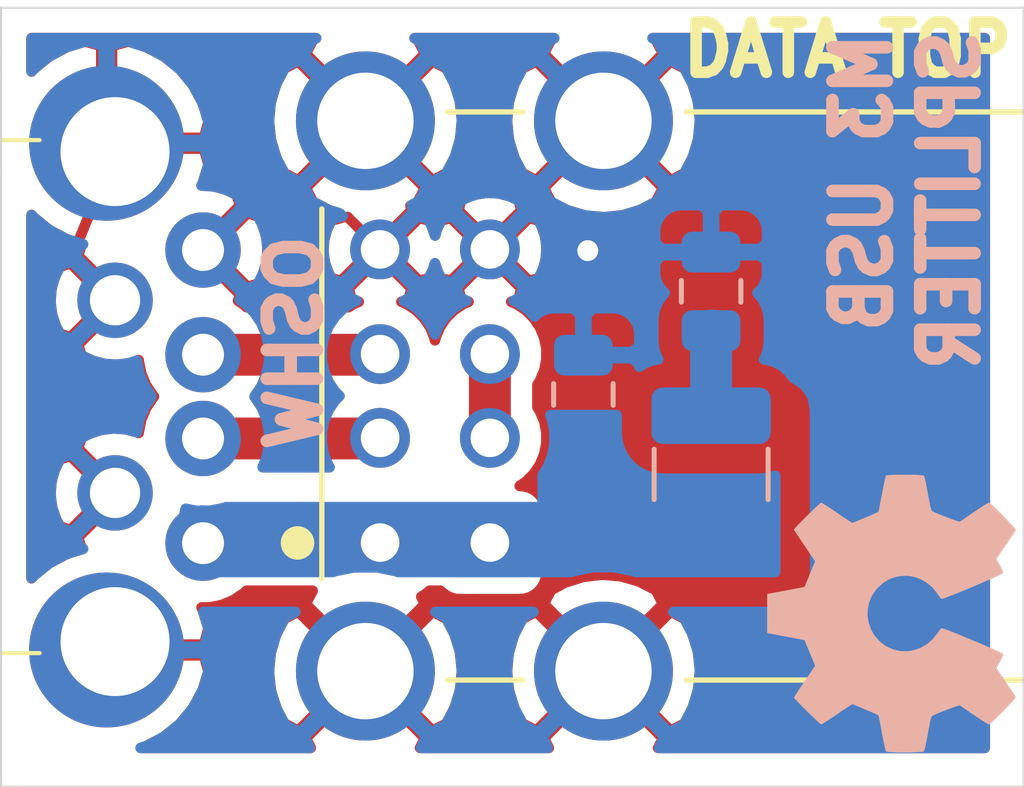
<source format=kicad_pcb>
(kicad_pcb (version 20171130) (host pcbnew "(5.0.2)-1")

  (general
    (thickness 1.6)
    (drawings 11)
    (tracks 13)
    (zones 0)
    (modules 6)
    (nets 7)
  )

  (page A4)
  (layers
    (0 F.Cu signal hide)
    (31 B.Cu signal hide)
    (32 B.Adhes user)
    (33 F.Adhes user hide)
    (34 B.Paste user)
    (35 F.Paste user)
    (36 B.SilkS user)
    (37 F.SilkS user)
    (38 B.Mask user)
    (39 F.Mask user)
    (40 Dwgs.User user)
    (41 Cmts.User user)
    (42 Eco1.User user)
    (43 Eco2.User user)
    (44 Edge.Cuts user)
    (45 Margin user)
    (46 B.CrtYd user)
    (47 F.CrtYd user)
    (48 B.Fab user)
    (49 F.Fab user)
  )

  (setup
    (last_trace_width 0.25)
    (user_trace_width 0.5)
    (user_trace_width 0.75)
    (user_trace_width 1)
    (trace_clearance 0.2)
    (zone_clearance 0.55)
    (zone_45_only no)
    (trace_min 0.2)
    (segment_width 0.2)
    (edge_width 0.05)
    (via_size 0.8)
    (via_drill 0.4)
    (via_min_size 0.4)
    (via_min_drill 0.3)
    (user_via 1.4 0.4)
    (uvia_size 0.3)
    (uvia_drill 0.1)
    (uvias_allowed no)
    (uvia_min_size 0.2)
    (uvia_min_drill 0.1)
    (pcb_text_width 0.3)
    (pcb_text_size 1.5 1.5)
    (mod_edge_width 0.12)
    (mod_text_size 1 1)
    (mod_text_width 0.15)
    (pad_size 1.35 2.85)
    (pad_drill 0)
    (pad_to_mask_clearance 0.051)
    (solder_mask_min_width 0.25)
    (aux_axis_origin 0 0)
    (visible_elements 7FFFFFFF)
    (pcbplotparams
      (layerselection 0x010f0_ffffffff)
      (usegerberextensions false)
      (usegerberattributes false)
      (usegerberadvancedattributes false)
      (creategerberjobfile false)
      (excludeedgelayer true)
      (linewidth 0.100000)
      (plotframeref false)
      (viasonmask true)
      (mode 1)
      (useauxorigin false)
      (hpglpennumber 1)
      (hpglpenspeed 20)
      (hpglpendiameter 15.000000)
      (psnegative false)
      (psa4output false)
      (plotreference true)
      (plotvalue true)
      (plotinvisibletext false)
      (padsonsilk false)
      (subtractmaskfromsilk false)
      (outputformat 1)
      (mirror false)
      (drillshape 0)
      (scaleselection 1)
      (outputdirectory ""))
  )

  (net 0 "")
  (net 1 +5V)
  (net 2 GND)
  (net 3 "Net-(C2-Pad2)")
  (net 4 "Net-(J1-Pad3)")
  (net 5 "Net-(J1-Pad2)")
  (net 6 "Net-(J2-Pad2A)")

  (net_class Default "This is the default net class."
    (clearance 0.2)
    (trace_width 0.25)
    (via_dia 0.8)
    (via_drill 0.4)
    (uvia_dia 0.3)
    (uvia_drill 0.1)
    (add_net +5V)
    (add_net GND)
    (add_net "Net-(C2-Pad2)")
    (add_net "Net-(J1-Pad2)")
    (add_net "Net-(J1-Pad3)")
    (add_net "Net-(J2-Pad2A)")
  )

  (module Symbol:OSHW-Symbol_6.7x6mm_SilkScreen (layer B.Cu) (tedit 0) (tstamp 5D5A8935)
    (at 140.462 88.4555 270)
    (descr "Open Source Hardware Symbol")
    (tags "Logo Symbol OSHW")
    (attr virtual)
    (fp_text reference REF** (at 0 0 270) (layer F.SilkS) hide
      (effects (font (size 1 1) (thickness 0.15)))
    )
    (fp_text value OSHW-Symbol_6.7x6mm_SilkScreen (at 0.75 0 270) (layer B.Fab) hide
      (effects (font (size 1 1) (thickness 0.15)) (justify mirror))
    )
    (fp_poly (pts (xy 0.555814 2.531069) (xy 0.639635 2.086445) (xy 0.94892 1.958947) (xy 1.258206 1.831449)
      (xy 1.629246 2.083754) (xy 1.733157 2.154004) (xy 1.827087 2.216728) (xy 1.906652 2.269062)
      (xy 1.96747 2.308143) (xy 2.005157 2.331107) (xy 2.015421 2.336058) (xy 2.03391 2.323324)
      (xy 2.07342 2.288118) (xy 2.129522 2.234938) (xy 2.197787 2.168282) (xy 2.273786 2.092646)
      (xy 2.353092 2.012528) (xy 2.431275 1.932426) (xy 2.503907 1.856836) (xy 2.566559 1.790255)
      (xy 2.614803 1.737182) (xy 2.64421 1.702113) (xy 2.651241 1.690377) (xy 2.641123 1.66874)
      (xy 2.612759 1.621338) (xy 2.569129 1.552807) (xy 2.513218 1.467785) (xy 2.448006 1.370907)
      (xy 2.410219 1.31565) (xy 2.341343 1.214752) (xy 2.28014 1.123701) (xy 2.229578 1.04703)
      (xy 2.192628 0.989272) (xy 2.172258 0.954957) (xy 2.169197 0.947746) (xy 2.176136 0.927252)
      (xy 2.195051 0.879487) (xy 2.223087 0.811168) (xy 2.257391 0.729011) (xy 2.295109 0.63973)
      (xy 2.333387 0.550042) (xy 2.36937 0.466662) (xy 2.400206 0.396306) (xy 2.423039 0.34569)
      (xy 2.435017 0.321529) (xy 2.435724 0.320578) (xy 2.454531 0.315964) (xy 2.504618 0.305672)
      (xy 2.580793 0.290713) (xy 2.677865 0.272099) (xy 2.790643 0.250841) (xy 2.856442 0.238582)
      (xy 2.97695 0.215638) (xy 3.085797 0.193805) (xy 3.177476 0.174278) (xy 3.246481 0.158252)
      (xy 3.287304 0.146921) (xy 3.295511 0.143326) (xy 3.303548 0.118994) (xy 3.310033 0.064041)
      (xy 3.31497 -0.015108) (xy 3.318364 -0.112026) (xy 3.320218 -0.220287) (xy 3.320538 -0.333465)
      (xy 3.319327 -0.445135) (xy 3.31659 -0.548868) (xy 3.312331 -0.638241) (xy 3.306555 -0.706826)
      (xy 3.299267 -0.748197) (xy 3.294895 -0.75681) (xy 3.268764 -0.767133) (xy 3.213393 -0.781892)
      (xy 3.136107 -0.799352) (xy 3.04423 -0.81778) (xy 3.012158 -0.823741) (xy 2.857524 -0.852066)
      (xy 2.735375 -0.874876) (xy 2.641673 -0.89308) (xy 2.572384 -0.907583) (xy 2.523471 -0.919292)
      (xy 2.490897 -0.929115) (xy 2.470628 -0.937956) (xy 2.458626 -0.946724) (xy 2.456947 -0.948457)
      (xy 2.440184 -0.976371) (xy 2.414614 -1.030695) (xy 2.382788 -1.104777) (xy 2.34726 -1.191965)
      (xy 2.310583 -1.285608) (xy 2.275311 -1.379052) (xy 2.243996 -1.465647) (xy 2.219193 -1.53874)
      (xy 2.203454 -1.591678) (xy 2.199332 -1.617811) (xy 2.199676 -1.618726) (xy 2.213641 -1.640086)
      (xy 2.245322 -1.687084) (xy 2.291391 -1.754827) (xy 2.348518 -1.838423) (xy 2.413373 -1.932982)
      (xy 2.431843 -1.959854) (xy 2.497699 -2.057275) (xy 2.55565 -2.146163) (xy 2.602538 -2.221412)
      (xy 2.635207 -2.27792) (xy 2.6505 -2.310581) (xy 2.651241 -2.314593) (xy 2.638392 -2.335684)
      (xy 2.602888 -2.377464) (xy 2.549293 -2.435445) (xy 2.482171 -2.505135) (xy 2.406087 -2.582045)
      (xy 2.325604 -2.661683) (xy 2.245287 -2.739561) (xy 2.169699 -2.811186) (xy 2.103405 -2.87207)
      (xy 2.050969 -2.917721) (xy 2.016955 -2.94365) (xy 2.007545 -2.947883) (xy 1.985643 -2.937912)
      (xy 1.9408 -2.91102) (xy 1.880321 -2.871736) (xy 1.833789 -2.840117) (xy 1.749475 -2.782098)
      (xy 1.649626 -2.713784) (xy 1.549473 -2.645579) (xy 1.495627 -2.609075) (xy 1.313371 -2.4858)
      (xy 1.160381 -2.56852) (xy 1.090682 -2.604759) (xy 1.031414 -2.632926) (xy 0.991311 -2.648991)
      (xy 0.981103 -2.651226) (xy 0.968829 -2.634722) (xy 0.944613 -2.588082) (xy 0.910263 -2.515609)
      (xy 0.867588 -2.421606) (xy 0.818394 -2.310374) (xy 0.76449 -2.186215) (xy 0.707684 -2.053432)
      (xy 0.649782 -1.916327) (xy 0.592593 -1.779202) (xy 0.537924 -1.646358) (xy 0.487584 -1.522098)
      (xy 0.44338 -1.410725) (xy 0.407119 -1.316539) (xy 0.380609 -1.243844) (xy 0.365658 -1.196941)
      (xy 0.363254 -1.180833) (xy 0.382311 -1.160286) (xy 0.424036 -1.126933) (xy 0.479706 -1.087702)
      (xy 0.484378 -1.084599) (xy 0.628264 -0.969423) (xy 0.744283 -0.835053) (xy 0.83143 -0.685784)
      (xy 0.888699 -0.525913) (xy 0.915086 -0.359737) (xy 0.909585 -0.191552) (xy 0.87119 -0.025655)
      (xy 0.798895 0.133658) (xy 0.777626 0.168513) (xy 0.666996 0.309263) (xy 0.536302 0.422286)
      (xy 0.390064 0.506997) (xy 0.232808 0.562806) (xy 0.069057 0.589126) (xy -0.096667 0.58537)
      (xy -0.259838 0.55095) (xy -0.415935 0.485277) (xy -0.560433 0.387765) (xy -0.605131 0.348187)
      (xy -0.718888 0.224297) (xy -0.801782 0.093876) (xy -0.858644 -0.052315) (xy -0.890313 -0.197088)
      (xy -0.898131 -0.35986) (xy -0.872062 -0.52344) (xy -0.814755 -0.682298) (xy -0.728856 -0.830906)
      (xy -0.617014 -0.963735) (xy -0.481877 -1.075256) (xy -0.464117 -1.087011) (xy -0.40785 -1.125508)
      (xy -0.365077 -1.158863) (xy -0.344628 -1.18016) (xy -0.344331 -1.180833) (xy -0.348721 -1.203871)
      (xy -0.366124 -1.256157) (xy -0.394732 -1.33339) (xy -0.432735 -1.431268) (xy -0.478326 -1.545491)
      (xy -0.529697 -1.671758) (xy -0.585038 -1.805767) (xy -0.642542 -1.943218) (xy -0.700399 -2.079808)
      (xy -0.756802 -2.211237) (xy -0.809942 -2.333205) (xy -0.85801 -2.441409) (xy -0.899199 -2.531549)
      (xy -0.931699 -2.599323) (xy -0.953703 -2.64043) (xy -0.962564 -2.651226) (xy -0.98964 -2.642819)
      (xy -1.040303 -2.620272) (xy -1.105817 -2.587613) (xy -1.141841 -2.56852) (xy -1.294832 -2.4858)
      (xy -1.477088 -2.609075) (xy -1.570125 -2.672228) (xy -1.671985 -2.741727) (xy -1.767438 -2.807165)
      (xy -1.81525 -2.840117) (xy -1.882495 -2.885273) (xy -1.939436 -2.921057) (xy -1.978646 -2.942938)
      (xy -1.991381 -2.947563) (xy -2.009917 -2.935085) (xy -2.050941 -2.900252) (xy -2.110475 -2.846678)
      (xy -2.184542 -2.777983) (xy -2.269165 -2.697781) (xy -2.322685 -2.646286) (xy -2.416319 -2.554286)
      (xy -2.497241 -2.471999) (xy -2.562177 -2.402945) (xy -2.607858 -2.350644) (xy -2.631011 -2.318616)
      (xy -2.633232 -2.312116) (xy -2.622924 -2.287394) (xy -2.594439 -2.237405) (xy -2.550937 -2.167212)
      (xy -2.495577 -2.081875) (xy -2.43152 -1.986456) (xy -2.413303 -1.959854) (xy -2.346927 -1.863167)
      (xy -2.287378 -1.776117) (xy -2.237984 -1.703595) (xy -2.202075 -1.650493) (xy -2.182981 -1.621703)
      (xy -2.181136 -1.618726) (xy -2.183895 -1.595782) (xy -2.198538 -1.545336) (xy -2.222513 -1.474041)
      (xy -2.253266 -1.388547) (xy -2.288244 -1.295507) (xy -2.324893 -1.201574) (xy -2.360661 -1.113399)
      (xy -2.392994 -1.037634) (xy -2.419338 -0.980931) (xy -2.437142 -0.949943) (xy -2.438407 -0.948457)
      (xy -2.449294 -0.939601) (xy -2.467682 -0.930843) (xy -2.497606 -0.921277) (xy -2.543103 -0.909996)
      (xy -2.608209 -0.896093) (xy -2.696961 -0.878663) (xy -2.813393 -0.856798) (xy -2.961542 -0.829591)
      (xy -2.993618 -0.823741) (xy -3.088686 -0.805374) (xy -3.171565 -0.787405) (xy -3.23493 -0.771569)
      (xy -3.271458 -0.7596) (xy -3.276356 -0.75681) (xy -3.284427 -0.732072) (xy -3.290987 -0.67679)
      (xy -3.296033 -0.597389) (xy -3.299559 -0.500296) (xy -3.301561 -0.391938) (xy -3.302036 -0.27874)
      (xy -3.300977 -0.167128) (xy -3.298382 -0.063529) (xy -3.294246 0.025632) (xy -3.288563 0.093928)
      (xy -3.281331 0.134934) (xy -3.276971 0.143326) (xy -3.252698 0.151792) (xy -3.197426 0.165565)
      (xy -3.116662 0.18345) (xy -3.015912 0.204252) (xy -2.900683 0.226777) (xy -2.837902 0.238582)
      (xy -2.718787 0.260849) (xy -2.612565 0.281021) (xy -2.524427 0.298085) (xy -2.459566 0.311031)
      (xy -2.423174 0.318845) (xy -2.417184 0.320578) (xy -2.407061 0.34011) (xy -2.385662 0.387157)
      (xy -2.355839 0.454997) (xy -2.320445 0.536909) (xy -2.282332 0.626172) (xy -2.244353 0.716065)
      (xy -2.20936 0.799865) (xy -2.180206 0.870853) (xy -2.159743 0.922306) (xy -2.150823 0.947503)
      (xy -2.150657 0.948604) (xy -2.160769 0.968481) (xy -2.189117 1.014223) (xy -2.232723 1.081283)
      (xy -2.288606 1.165116) (xy -2.353787 1.261174) (xy -2.391679 1.31635) (xy -2.460725 1.417519)
      (xy -2.52205 1.50937) (xy -2.572663 1.587256) (xy -2.609571 1.646531) (xy -2.629782 1.682549)
      (xy -2.632701 1.690623) (xy -2.620153 1.709416) (xy -2.585463 1.749543) (xy -2.533063 1.806507)
      (xy -2.467384 1.875815) (xy -2.392856 1.952969) (xy -2.313913 2.033475) (xy -2.234983 2.112837)
      (xy -2.1605 2.18656) (xy -2.094894 2.250148) (xy -2.042596 2.299106) (xy -2.008039 2.328939)
      (xy -1.996478 2.336058) (xy -1.977654 2.326047) (xy -1.932631 2.297922) (xy -1.865787 2.254546)
      (xy -1.781499 2.198782) (xy -1.684144 2.133494) (xy -1.610707 2.083754) (xy -1.239667 1.831449)
      (xy -0.621095 2.086445) (xy -0.537275 2.531069) (xy -0.453454 2.975693) (xy 0.471994 2.975693)
      (xy 0.555814 2.531069)) (layer B.SilkS) (width 0.01))
  )

  (module Capacitor_SMD:C_0805_2012Metric (layer B.Cu) (tedit 5B36C52B) (tstamp 5D5A696C)
    (at 133.096 83.2335 90)
    (descr "Capacitor SMD 0805 (2012 Metric), square (rectangular) end terminal, IPC_7351 nominal, (Body size source: https://docs.google.com/spreadsheets/d/1BsfQQcO9C6DZCsRaXUlFlo91Tg2WpOkGARC1WS5S8t0/edit?usp=sharing), generated with kicad-footprint-generator")
    (tags capacitor)
    (path /5D5A1A17)
    (attr smd)
    (fp_text reference C1 (at 2.0335 9.104 270) (layer B.SilkS) hide
      (effects (font (size 1 1) (thickness 0.15)) (justify mirror))
    )
    (fp_text value 4.7uF|0805 (at 0 -1.65 270) (layer B.Fab)
      (effects (font (size 1 1) (thickness 0.15)) (justify mirror))
    )
    (fp_line (start -1 -0.6) (end -1 0.6) (layer B.Fab) (width 0.1))
    (fp_line (start -1 0.6) (end 1 0.6) (layer B.Fab) (width 0.1))
    (fp_line (start 1 0.6) (end 1 -0.6) (layer B.Fab) (width 0.1))
    (fp_line (start 1 -0.6) (end -1 -0.6) (layer B.Fab) (width 0.1))
    (fp_line (start -0.258578 0.71) (end 0.258578 0.71) (layer B.SilkS) (width 0.12))
    (fp_line (start -0.258578 -0.71) (end 0.258578 -0.71) (layer B.SilkS) (width 0.12))
    (fp_line (start -1.68 -0.95) (end -1.68 0.95) (layer B.CrtYd) (width 0.05))
    (fp_line (start -1.68 0.95) (end 1.68 0.95) (layer B.CrtYd) (width 0.05))
    (fp_line (start 1.68 0.95) (end 1.68 -0.95) (layer B.CrtYd) (width 0.05))
    (fp_line (start 1.68 -0.95) (end -1.68 -0.95) (layer B.CrtYd) (width 0.05))
    (fp_text user %R (at 0 0 270) (layer B.Fab)
      (effects (font (size 0.5 0.5) (thickness 0.08)) (justify mirror))
    )
    (pad 1 smd roundrect (at -0.9375 0 90) (size 0.975 1.4) (layers B.Cu B.Paste B.Mask) (roundrect_rratio 0.25)
      (net 1 +5V))
    (pad 2 smd roundrect (at 0.9375 0 90) (size 0.975 1.4) (layers B.Cu B.Paste B.Mask) (roundrect_rratio 0.25)
      (net 2 GND))
    (model ${KISYS3DMOD}/Capacitor_SMD.3dshapes/C_0805_2012Metric.wrl
      (at (xyz 0 0 0))
      (scale (xyz 1 1 1))
      (rotate (xyz 0 0 0))
    )
  )

  (module Capacitor_SMD:C_1210_3225Metric (layer B.Cu) (tedit 5D597527) (tstamp 5D5A697D)
    (at 136.144 85.1415 90)
    (descr "Capacitor SMD 1210 (3225 Metric), square (rectangular) end terminal, IPC_7351 nominal, (Body size source: http://www.tortai-tech.com/upload/download/2011102023233369053.pdf), generated with kicad-footprint-generator")
    (tags capacitor)
    (path /5D5A6552)
    (attr smd)
    (fp_text reference C2 (at 0 2.28 270) (layer B.SilkS) hide
      (effects (font (size 1 1) (thickness 0.15)) (justify mirror))
    )
    (fp_text value 22uF|1210 (at 0 -2.28 270) (layer B.Fab)
      (effects (font (size 1 1) (thickness 0.15)) (justify mirror))
    )
    (fp_line (start -1.6 -1.25) (end -1.6 1.25) (layer B.Fab) (width 0.1))
    (fp_line (start -1.6 1.25) (end 1.6 1.25) (layer B.Fab) (width 0.1))
    (fp_line (start 1.6 1.25) (end 1.6 -1.25) (layer B.Fab) (width 0.1))
    (fp_line (start 1.6 -1.25) (end -1.6 -1.25) (layer B.Fab) (width 0.1))
    (fp_line (start -0.602064 1.36) (end 0.602064 1.36) (layer B.SilkS) (width 0.12))
    (fp_line (start -0.602064 -1.36) (end 0.602064 -1.36) (layer B.SilkS) (width 0.12))
    (fp_line (start -2.28 -1.58) (end -2.28 1.58) (layer B.CrtYd) (width 0.05))
    (fp_line (start -2.28 1.58) (end 2.28 1.58) (layer B.CrtYd) (width 0.05))
    (fp_line (start 2.28 1.58) (end 2.28 -1.58) (layer B.CrtYd) (width 0.05))
    (fp_line (start 2.28 -1.58) (end -2.28 -1.58) (layer B.CrtYd) (width 0.05))
    (fp_text user %R (at 0 0 270) (layer B.Fab)
      (effects (font (size 0.8 0.8) (thickness 0.12)) (justify mirror))
    )
    (pad 1 smd roundrect (at -1.4 0 90) (size 1.25 2.65) (layers B.Cu B.Paste B.Mask) (roundrect_rratio 0.2)
      (net 1 +5V))
    (pad 2 smd roundrect (at 1.4 0 90) (size 1.35 2.85) (layers B.Cu B.Paste B.Mask) (roundrect_rratio 0.2)
      (net 3 "Net-(C2-Pad2)"))
    (model ${KISYS3DMOD}/Capacitor_SMD.3dshapes/C_1210_3225Metric.wrl
      (at (xyz 0 0 0))
      (scale (xyz 1 1 1))
      (rotate (xyz 0 0 0))
    )
  )

  (module digikey-footprints:USB_Male_A_UP2-AH-1-TH (layer F.Cu) (tedit 5D5972DB) (tstamp 5D5A730D)
    (at 121.92 83.285001 270)
    (descr http://www.cui.com/product/resource/up2-ah-th.pdf)
    (path /5D597CD1)
    (fp_text reference J1 (at 0.1 -3.975 90) (layer F.SilkS) hide
      (effects (font (size 1 1) (thickness 0.15)))
    )
    (fp_text value UP2-AH-1-TH (at 0.25 18.775 90) (layer F.Fab)
      (effects (font (size 1 1) (thickness 0.15)))
    )
    (fp_line (start 6.125 2.55) (end 6.125 3.5) (layer F.SilkS) (width 0.1))
    (fp_line (start -6.125 1.8) (end -6.125 3.575) (layer F.SilkS) (width 0.1))
    (fp_line (start 6.125 1.8) (end 6.125 2.575) (layer F.SilkS) (width 0.1))
    (fp_line (start -5.425 17.925) (end -6.125 17.925) (layer F.SilkS) (width 0.1))
    (fp_line (start -6.125 17.925) (end -6.125 17.375) (layer F.SilkS) (width 0.1))
    (fp_line (start 5.4 17.925) (end 6.125 17.925) (layer F.SilkS) (width 0.1))
    (fp_line (start 6.125 17.925) (end 6.125 17.325) (layer F.SilkS) (width 0.1))
    (fp_text user %R (at 0.025 1.825 90) (layer F.Fab)
      (effects (font (size 1 1) (thickness 0.15)))
    )
    (fp_line (start -6 -1) (end 6 -1) (layer F.Fab) (width 0.1))
    (fp_line (start -6 17.8) (end 6 17.8) (layer F.Fab) (width 0.1))
    (fp_line (start 6 -1) (end 6 17.8) (layer F.Fab) (width 0.1))
    (fp_line (start -6 -1) (end -6 17.8) (layer F.Fab) (width 0.1))
    (fp_line (start -7.1 -3.25) (end 7.1 -3.25) (layer F.CrtYd) (width 0.05))
    (fp_line (start -7.1 2.9) (end -7.1 -3.25) (layer F.CrtYd) (width 0.05))
    (fp_line (start 7.1 2.9) (end 7.1 -3.25) (layer F.CrtYd) (width 0.05))
    (fp_line (start -7.1 2.9) (end 7.1 2.9) (layer F.CrtYd) (width 0.05))
    (pad SH thru_hole oval (at -5.85 0 270) (size 3.7 3.7) (drill 2.6 (offset -0.2 0.2)) (layers *.Cu *.Mask)
      (net 2 GND))
    (pad SH thru_hole oval (at 5.85 0 270) (size 3.7 3.7) (drill 2.6 (offset 0.2 0.2)) (layers *.Cu *.Mask)
      (net 2 GND))
    (pad SH thru_hole circle (at -2.3 0 270) (size 1.8 1.8) (drill 1.2) (layers *.Cu *.Mask)
      (net 2 GND))
    (pad SH thru_hole circle (at 2.3 0 270) (size 1.8 1.8) (drill 1.2) (layers *.Cu *.Mask)
      (net 2 GND))
    (pad 4 thru_hole circle (at -3.5 -2.1 270) (size 1.8 1.8) (drill 1) (layers *.Cu *.Mask)
      (net 2 GND))
    (pad 3 thru_hole circle (at -1 -2.1 270) (size 1.8 1.8) (drill 1) (layers *.Cu *.Mask)
      (net 4 "Net-(J1-Pad3)"))
    (pad 2 thru_hole circle (at 1 -2.1 270) (size 1.8 1.8) (drill 1) (layers *.Cu *.Mask)
      (net 5 "Net-(J1-Pad2)"))
    (pad 1 thru_hole circle (at 3.5 -2.1 270) (size 1.8 1.8) (drill 1) (layers *.Cu *.Mask)
      (net 1 +5V))
  )

  (module 5787745-2:TE_5787745-2 (layer F.Cu) (tedit 0) (tstamp 5D5A6D38)
    (at 128.2446 83.2706 90)
    (path /5D59A427)
    (fp_text reference J2 (at -4.15489 -3.81546 90) (layer F.SilkS) hide
      (effects (font (size 1.00185 1.00185) (thickness 0.05)))
    )
    (fp_text value 5787745-2 (at -3.61386 17.1155 90) (layer F.SilkS) hide
      (effects (font (size 1.0019 1.0019) (thickness 0.05)))
    )
    (fp_line (start -6.7825 16.11) (end -6.7825 7.31) (layer F.SilkS) (width 0.127))
    (fp_line (start 6.7825 7.31) (end 6.7825 16.11) (layer F.SilkS) (width 0.127))
    (fp_line (start 6.7825 16.11) (end -6.7825 16.11) (layer F.SilkS) (width 0.127))
    (fp_line (start -6.7825 16.11) (end -6.7825 -1.39) (layer Eco2.User) (width 0.127))
    (fp_line (start -6.7825 -1.39) (end 6.7825 -1.39) (layer Eco2.User) (width 0.127))
    (fp_line (start 6.7825 -1.39) (end 6.7825 16.11) (layer Eco2.User) (width 0.127))
    (fp_line (start 6.7825 16.11) (end -6.7825 16.11) (layer Eco2.User) (width 0.127))
    (fp_circle (center -3.509 -1.97) (end -3.309 -1.97) (layer F.SilkS) (width 0.4))
    (fp_line (start -8.5 16.36) (end -8.5 -2.25) (layer Eco1.User) (width 0.05))
    (fp_line (start -8.5 -2.25) (end 8.5 -2.25) (layer Eco1.User) (width 0.05))
    (fp_line (start 8.5 -2.25) (end 8.5 16.36) (layer Eco1.User) (width 0.05))
    (fp_line (start 8.5 16.36) (end -8.5 16.36) (layer Eco1.User) (width 0.05))
    (fp_line (start -4.365 -1.39) (end 4.465 -1.39) (layer F.SilkS) (width 0.127))
    (fp_line (start -6.7825 3.41) (end -6.7825 1.61) (layer F.SilkS) (width 0.127))
    (fp_line (start 6.7825 1.61) (end 6.7825 3.41) (layer F.SilkS) (width 0.127))
    (pad S1 thru_hole circle (at -6.57 5.33 90) (size 3.316 3.316) (drill 2.3) (layers *.Cu *.Mask)
      (net 2 GND))
    (pad S2 thru_hole circle (at 6.57 5.33 90) (size 3.316 3.316) (drill 2.3) (layers *.Cu *.Mask)
      (net 2 GND))
    (pad 1B thru_hole rect (at -3.5 0 90) (size 1.428 1.428) (drill 0.92) (layers *.Cu *.Mask)
      (net 1 +5V))
    (pad 2B thru_hole circle (at -1 0 90) (size 1.428 1.428) (drill 0.92) (layers *.Cu *.Mask)
      (net 5 "Net-(J1-Pad2)"))
    (pad 3B thru_hole circle (at 1 0 90) (size 1.428 1.428) (drill 0.92) (layers *.Cu *.Mask)
      (net 4 "Net-(J1-Pad3)"))
    (pad 4B thru_hole circle (at 3.5 0 90) (size 1.428 1.428) (drill 0.92) (layers *.Cu *.Mask)
      (net 2 GND))
    (pad 1A thru_hole rect (at -3.5 2.62 90) (size 1.428 1.428) (drill 0.92) (layers *.Cu *.Mask)
      (net 1 +5V))
    (pad 2A thru_hole circle (at -1 2.62 90) (size 1.428 1.428) (drill 0.92) (layers *.Cu *.Mask)
      (net 6 "Net-(J2-Pad2A)"))
    (pad 3A thru_hole circle (at 1 2.62 90) (size 1.428 1.428) (drill 0.92) (layers *.Cu *.Mask)
      (net 6 "Net-(J2-Pad2A)"))
    (pad 4A thru_hole circle (at 3.5 2.62 90) (size 1.428 1.428) (drill 0.92) (layers *.Cu *.Mask)
      (net 2 GND))
    (pad S3 thru_hole circle (at 6.57 -0.35 90) (size 3.316 3.316) (drill 2.3) (layers *.Cu *.Mask)
      (net 2 GND))
    (pad S4 thru_hole circle (at -6.57 -0.35 90) (size 3.316 3.316) (drill 2.3) (layers *.Cu *.Mask)
      (net 2 GND))
  )

  (module Resistor_SMD:R_0805_2012Metric (layer B.Cu) (tedit 5B36C52B) (tstamp 5D5A69C9)
    (at 136.144 80.772 90)
    (descr "Resistor SMD 0805 (2012 Metric), square (rectangular) end terminal, IPC_7351 nominal, (Body size source: https://docs.google.com/spreadsheets/d/1BsfQQcO9C6DZCsRaXUlFlo91Tg2WpOkGARC1WS5S8t0/edit?usp=sharing), generated with kicad-footprint-generator")
    (tags resistor)
    (path /5D5AA94E)
    (attr smd)
    (fp_text reference R1 (at 0 1.65 90) (layer B.SilkS) hide
      (effects (font (size 1 1) (thickness 0.15)) (justify mirror))
    )
    (fp_text value 2|0805 (at 0 -1.65 90) (layer B.Fab)
      (effects (font (size 1 1) (thickness 0.15)) (justify mirror))
    )
    (fp_line (start -1 -0.6) (end -1 0.6) (layer B.Fab) (width 0.1))
    (fp_line (start -1 0.6) (end 1 0.6) (layer B.Fab) (width 0.1))
    (fp_line (start 1 0.6) (end 1 -0.6) (layer B.Fab) (width 0.1))
    (fp_line (start 1 -0.6) (end -1 -0.6) (layer B.Fab) (width 0.1))
    (fp_line (start -0.258578 0.71) (end 0.258578 0.71) (layer B.SilkS) (width 0.12))
    (fp_line (start -0.258578 -0.71) (end 0.258578 -0.71) (layer B.SilkS) (width 0.12))
    (fp_line (start -1.68 -0.95) (end -1.68 0.95) (layer B.CrtYd) (width 0.05))
    (fp_line (start -1.68 0.95) (end 1.68 0.95) (layer B.CrtYd) (width 0.05))
    (fp_line (start 1.68 0.95) (end 1.68 -0.95) (layer B.CrtYd) (width 0.05))
    (fp_line (start 1.68 -0.95) (end -1.68 -0.95) (layer B.CrtYd) (width 0.05))
    (fp_text user %R (at 0 0 90) (layer B.Fab)
      (effects (font (size 0.5 0.5) (thickness 0.08)) (justify mirror))
    )
    (pad 1 smd roundrect (at -0.9375 0 90) (size 0.975 1.4) (layers B.Cu B.Paste B.Mask) (roundrect_rratio 0.25)
      (net 3 "Net-(C2-Pad2)"))
    (pad 2 smd roundrect (at 0.9375 0 90) (size 0.975 1.4) (layers B.Cu B.Paste B.Mask) (roundrect_rratio 0.25)
      (net 2 GND))
    (model ${KISYS3DMOD}/Resistor_SMD.3dshapes/R_0805_2012Metric.wrl
      (at (xyz 0 0 0))
      (scale (xyz 1 1 1))
      (rotate (xyz 0 0 0))
    )
  )

  (gr_text "DATA TOP" (at 139.4 75) (layer F.SilkS)
    (effects (font (size 1.2 1.1) (thickness 0.275)))
  )
  (gr_text OSHW (at 126.2 82 90) (layer B.SilkS) (tstamp 5D5A7DED)
    (effects (font (size 1.2 1.2) (thickness 0.3)) (justify mirror))
  )
  (gr_text "M3 USB \nSPLITTER" (at 140.8 82.8 90) (layer B.SilkS) (tstamp 5D59B5AB)
    (effects (font (size 1.3 1.2) (thickness 0.3)) (justify right mirror))
  )
  (gr_line (start 119.2 92.6) (end 119.2 77.886) (layer Edge.Cuts) (width 0.05) (tstamp 5D5A7349))
  (gr_line (start 119.6 92.6) (end 119.2 92.6) (layer Edge.Cuts) (width 0.05))
  (gr_line (start 143.6 92.6) (end 119.6 92.6) (layer Edge.Cuts) (width 0.05))
  (gr_line (start 143.6 74) (end 143.6 92.6) (layer Edge.Cuts) (width 0.05))
  (gr_line (start 119.2 74) (end 143.6 74) (layer Edge.Cuts) (width 0.05))
  (gr_line (start 119.2 75) (end 119.2 74) (layer Edge.Cuts) (width 0.05))
  (gr_line (start 119.2 75.6) (end 119.2 75) (layer Edge.Cuts) (width 0.05))
  (gr_line (start 119.2 77.886) (end 119.2 75.6) (layer Edge.Cuts) (width 0.05))

  (segment (start 130.850199 86.785001) (end 130.8646 86.7706) (width 1) (layer F.Cu) (net 1))
  (segment (start 124.02 86.785001) (end 130.850199 86.785001) (width 1) (layer F.Cu) (net 1))
  (segment (start 128.2446 79.7706) (end 127.474 79) (width 0.25) (layer F.Cu) (net 2))
  (segment (start 127.474 79) (end 126.4 79) (width 0.25) (layer F.Cu) (net 2))
  (via (at 133.2 79.8) (size 1.4) (drill 0.5) (layers F.Cu B.Cu) (net 2) (tstamp 5D5A7A05) (status 40000))
  (segment (start 120.946333 79.8195) (end 120.904 79.8195) (width 0.25) (layer F.Cu) (net 2))
  (segment (start 121.92 77.435001) (end 120.946333 79.8195) (width 0.25) (layer F.Cu) (net 2))
  (segment (start 136.144 83.7415) (end 136.144 81.7095) (width 1) (layer B.Cu) (net 3))
  (segment (start 128.230199 82.285001) (end 128.2446 82.2706) (width 1) (layer F.Cu) (net 4))
  (segment (start 124.02 82.285001) (end 128.230199 82.285001) (width 1) (layer F.Cu) (net 4))
  (segment (start 128.230199 84.285001) (end 128.2446 84.2706) (width 1) (layer F.Cu) (net 5))
  (segment (start 124.02 84.285001) (end 128.230199 84.285001) (width 1) (layer F.Cu) (net 5))
  (segment (start 130.8646 82.2706) (end 130.8646 84.2706) (width 1) (layer F.Cu) (net 6))

  (zone (net 2) (net_name GND) (layer F.Cu) (tstamp 5D59C27E) (hatch edge 0.508)
    (connect_pads (clearance 0.508))
    (min_thickness 0.254)
    (fill yes (arc_segments 32) (thermal_gap 0.508) (thermal_bridge_width 0.508))
    (polygon
      (pts
        (xy 142.8 74.6) (xy 119.8 74.6) (xy 119.8 91.8) (xy 142.8 91.8)
      )
    )
    (filled_polygon
      (pts
        (xy 126.645091 74.764733) (xy 126.470075 75.09647) (xy 127.8946 76.520995) (xy 129.319125 75.09647) (xy 129.144109 74.764733)
        (xy 129.070737 74.727) (xy 132.395685 74.727) (xy 132.325091 74.764733) (xy 132.150075 75.09647) (xy 133.5746 76.520995)
        (xy 134.999125 75.09647) (xy 134.824109 74.764733) (xy 134.750737 74.727) (xy 142.673 74.727) (xy 142.673 91.673)
        (xy 134.878696 91.673) (xy 134.999125 91.44473) (xy 133.5746 90.020205) (xy 132.150075 91.44473) (xy 132.270504 91.673)
        (xy 129.198696 91.673) (xy 129.319125 91.44473) (xy 127.8946 90.020205) (xy 126.470075 91.44473) (xy 126.590504 91.673)
        (xy 122.541349 91.673) (xy 122.643677 91.64196) (xy 123.075994 91.417432) (xy 123.456201 91.112877) (xy 123.769687 90.74)
        (xy 124.004404 90.313129) (xy 124.142313 89.877181) (xy 125.590796 89.877181) (xy 125.6422 90.325928) (xy 125.780162 90.756024)
        (xy 125.958733 91.090109) (xy 126.29047 91.265125) (xy 127.714995 89.8406) (xy 128.074205 89.8406) (xy 129.49873 91.265125)
        (xy 129.830467 91.090109) (xy 130.037037 90.688432) (xy 130.161274 90.254172) (xy 130.192369 89.877181) (xy 131.270796 89.877181)
        (xy 131.3222 90.325928) (xy 131.460162 90.756024) (xy 131.638733 91.090109) (xy 131.97047 91.265125) (xy 133.394995 89.8406)
        (xy 133.754205 89.8406) (xy 135.17873 91.265125) (xy 135.510467 91.090109) (xy 135.717037 90.688432) (xy 135.841274 90.254172)
        (xy 135.878404 89.804019) (xy 135.827 89.355272) (xy 135.689038 88.925176) (xy 135.510467 88.591091) (xy 135.17873 88.416075)
        (xy 133.754205 89.8406) (xy 133.394995 89.8406) (xy 131.97047 88.416075) (xy 131.638733 88.591091) (xy 131.432163 88.992768)
        (xy 131.307926 89.427028) (xy 131.270796 89.877181) (xy 130.192369 89.877181) (xy 130.198404 89.804019) (xy 130.147 89.355272)
        (xy 130.009038 88.925176) (xy 129.830467 88.591091) (xy 129.49873 88.416075) (xy 128.074205 89.8406) (xy 127.714995 89.8406)
        (xy 126.29047 88.416075) (xy 125.958733 88.591091) (xy 125.752163 88.992768) (xy 125.627926 89.427028) (xy 125.590796 89.877181)
        (xy 124.142313 89.877181) (xy 124.151333 89.848669) (xy 124.043005 89.462001) (xy 121.847 89.462001) (xy 121.847 89.482001)
        (xy 121.593 89.482001) (xy 121.593 89.462001) (xy 121.573 89.462001) (xy 121.573 89.208001) (xy 121.593 89.208001)
        (xy 121.593 89.188001) (xy 121.847 89.188001) (xy 121.847 89.208001) (xy 124.043005 89.208001) (xy 124.151333 88.821333)
        (xy 124.004404 88.356873) (xy 123.98413 88.320001) (xy 124.171184 88.320001) (xy 124.467743 88.261012) (xy 124.747095 88.1453)
        (xy 124.998505 87.977313) (xy 125.055817 87.920001) (xy 126.637036 87.920001) (xy 126.470075 88.23647) (xy 127.8946 89.660995)
        (xy 129.319125 88.23647) (xy 132.150075 88.23647) (xy 133.5746 89.660995) (xy 134.999125 88.23647) (xy 134.824109 87.904733)
        (xy 134.422432 87.698163) (xy 133.988172 87.573926) (xy 133.538019 87.536796) (xy 133.089272 87.5882) (xy 132.659176 87.726162)
        (xy 132.325091 87.904733) (xy 132.150075 88.23647) (xy 129.319125 88.23647) (xy 129.226714 88.061309) (xy 129.313094 88.015137)
        (xy 129.409785 87.935785) (xy 129.422739 87.920001) (xy 129.686461 87.920001) (xy 129.699415 87.935785) (xy 129.796106 88.015137)
        (xy 129.90642 88.074102) (xy 130.026118 88.110412) (xy 130.1506 88.122672) (xy 131.5786 88.122672) (xy 131.703082 88.110412)
        (xy 131.82278 88.074102) (xy 131.933094 88.015137) (xy 132.029785 87.935785) (xy 132.109137 87.839094) (xy 132.168102 87.72878)
        (xy 132.204412 87.609082) (xy 132.216672 87.4846) (xy 132.216672 86.0566) (xy 132.204412 85.932118) (xy 132.168102 85.81242)
        (xy 132.109137 85.702106) (xy 132.029785 85.605415) (xy 131.933094 85.526063) (xy 131.82278 85.467098) (xy 131.703082 85.430788)
        (xy 131.5786 85.418528) (xy 131.57474 85.418528) (xy 131.724537 85.318437) (xy 131.912437 85.130537) (xy 132.060068 84.909591)
        (xy 132.161758 84.664089) (xy 132.2136 84.403465) (xy 132.2136 84.137735) (xy 132.161758 83.877111) (xy 132.060068 83.631609)
        (xy 131.9996 83.541112) (xy 131.9996 83.000088) (xy 132.060068 82.909591) (xy 132.161758 82.664089) (xy 132.2136 82.403465)
        (xy 132.2136 82.137735) (xy 132.161758 81.877111) (xy 132.060068 81.631609) (xy 131.912437 81.410663) (xy 131.724537 81.222763)
        (xy 131.503591 81.075132) (xy 131.373119 81.021089) (xy 131.450858 80.992793) (xy 131.555109 80.93707) (xy 131.616268 80.701873)
        (xy 130.8646 79.950205) (xy 130.112932 80.701873) (xy 130.174091 80.93707) (xy 130.355126 81.021484) (xy 130.225609 81.075132)
        (xy 130.004663 81.222763) (xy 129.816763 81.410663) (xy 129.669132 81.631609) (xy 129.567442 81.877111) (xy 129.5546 81.941671)
        (xy 129.541758 81.877111) (xy 129.440068 81.631609) (xy 129.292437 81.410663) (xy 129.104537 81.222763) (xy 128.883591 81.075132)
        (xy 128.753119 81.021089) (xy 128.830858 80.992793) (xy 128.935109 80.93707) (xy 128.996268 80.701873) (xy 128.2446 79.950205)
        (xy 127.492932 80.701873) (xy 127.554091 80.93707) (xy 127.735126 81.021484) (xy 127.605609 81.075132) (xy 127.493559 81.150001)
        (xy 125.055817 81.150001) (xy 124.998505 81.092689) (xy 124.85569 80.997263) (xy 124.904475 80.849081) (xy 124.02 79.964606)
        (xy 124.005858 79.978749) (xy 123.826253 79.799144) (xy 123.840395 79.785001) (xy 124.199605 79.785001) (xy 125.08408 80.669476)
        (xy 125.338261 80.585793) (xy 125.469158 80.313226) (xy 125.544365 80.020359) (xy 125.560991 79.718448) (xy 125.518397 79.419094)
        (xy 125.418222 79.133802) (xy 125.338261 78.984209) (xy 125.08408 78.900526) (xy 124.199605 79.785001) (xy 123.840395 79.785001)
        (xy 123.826253 79.770859) (xy 124.005858 79.591254) (xy 124.02 79.605396) (xy 124.904475 78.720921) (xy 124.820792 78.46674)
        (xy 124.548225 78.335843) (xy 124.427067 78.30473) (xy 126.470075 78.30473) (xy 126.645091 78.636467) (xy 127.046768 78.843037)
        (xy 127.209478 78.889586) (xy 127.196728 78.902336) (xy 127.313325 79.018933) (xy 127.07813 79.080091) (xy 126.965832 79.320926)
        (xy 126.902676 79.579041) (xy 126.891089 79.844519) (xy 126.931518 80.107155) (xy 127.022407 80.356858) (xy 127.07813 80.461109)
        (xy 127.313327 80.522268) (xy 128.064995 79.7706) (xy 128.424205 79.7706) (xy 129.175873 80.522268) (xy 129.41107 80.461109)
        (xy 129.523368 80.220274) (xy 129.551336 80.105971) (xy 129.551518 80.107155) (xy 129.642407 80.356858) (xy 129.69813 80.461109)
        (xy 129.933327 80.522268) (xy 130.684995 79.7706) (xy 131.044205 79.7706) (xy 131.795873 80.522268) (xy 132.03107 80.461109)
        (xy 132.143368 80.220274) (xy 132.206524 79.962159) (xy 132.218111 79.696681) (xy 132.177682 79.434045) (xy 132.086793 79.184342)
        (xy 132.03107 79.080091) (xy 131.795873 79.018932) (xy 131.044205 79.7706) (xy 130.684995 79.7706) (xy 129.933327 79.018932)
        (xy 129.69813 79.080091) (xy 129.585832 79.320926) (xy 129.557864 79.435229) (xy 129.557682 79.434045) (xy 129.466793 79.184342)
        (xy 129.41107 79.080091) (xy 129.175873 79.018932) (xy 128.424205 79.7706) (xy 128.064995 79.7706) (xy 128.050853 79.756458)
        (xy 128.230458 79.576853) (xy 128.2446 79.590995) (xy 128.996268 78.839327) (xy 130.112932 78.839327) (xy 130.8646 79.590995)
        (xy 131.616268 78.839327) (xy 131.555109 78.60413) (xy 131.314274 78.491832) (xy 131.056159 78.428676) (xy 130.790681 78.417089)
        (xy 130.528045 78.457518) (xy 130.278342 78.548407) (xy 130.174091 78.60413) (xy 130.112932 78.839327) (xy 128.996268 78.839327)
        (xy 128.967996 78.730601) (xy 129.144109 78.636467) (xy 129.319125 78.30473) (xy 132.150075 78.30473) (xy 132.325091 78.636467)
        (xy 132.726768 78.843037) (xy 133.161028 78.967274) (xy 133.611181 79.004404) (xy 134.059928 78.953) (xy 134.490024 78.815038)
        (xy 134.824109 78.636467) (xy 134.999125 78.30473) (xy 133.5746 76.880205) (xy 132.150075 78.30473) (xy 129.319125 78.30473)
        (xy 127.8946 76.880205) (xy 126.470075 78.30473) (xy 124.427067 78.30473) (xy 124.255358 78.260636) (xy 123.986425 78.245826)
        (xy 124.004404 78.213129) (xy 124.151333 77.748669) (xy 124.043005 77.362001) (xy 121.847 77.362001) (xy 121.847 77.382001)
        (xy 121.593 77.382001) (xy 121.593 77.362001) (xy 121.573 77.362001) (xy 121.573 77.108001) (xy 121.593 77.108001)
        (xy 121.593 74.91222) (xy 121.847 74.91222) (xy 121.847 77.108001) (xy 124.043005 77.108001) (xy 124.146893 76.737181)
        (xy 125.590796 76.737181) (xy 125.6422 77.185928) (xy 125.780162 77.616024) (xy 125.958733 77.950109) (xy 126.29047 78.125125)
        (xy 127.714995 76.7006) (xy 128.074205 76.7006) (xy 129.49873 78.125125) (xy 129.830467 77.950109) (xy 130.037037 77.548432)
        (xy 130.161274 77.114172) (xy 130.192369 76.737181) (xy 131.270796 76.737181) (xy 131.3222 77.185928) (xy 131.460162 77.616024)
        (xy 131.638733 77.950109) (xy 131.97047 78.125125) (xy 133.394995 76.7006) (xy 133.754205 76.7006) (xy 135.17873 78.125125)
        (xy 135.510467 77.950109) (xy 135.717037 77.548432) (xy 135.841274 77.114172) (xy 135.878404 76.664019) (xy 135.827 76.215272)
        (xy 135.689038 75.785176) (xy 135.510467 75.451091) (xy 135.17873 75.276075) (xy 133.754205 76.7006) (xy 133.394995 76.7006)
        (xy 131.97047 75.276075) (xy 131.638733 75.451091) (xy 131.432163 75.852768) (xy 131.307926 76.287028) (xy 131.270796 76.737181)
        (xy 130.192369 76.737181) (xy 130.198404 76.664019) (xy 130.147 76.215272) (xy 130.009038 75.785176) (xy 129.830467 75.451091)
        (xy 129.49873 75.276075) (xy 128.074205 76.7006) (xy 127.714995 76.7006) (xy 126.29047 75.276075) (xy 125.958733 75.451091)
        (xy 125.752163 75.852768) (xy 125.627926 76.287028) (xy 125.590796 76.737181) (xy 124.146893 76.737181) (xy 124.151333 76.721333)
        (xy 124.004404 76.256873) (xy 123.769687 75.830002) (xy 123.456201 75.457125) (xy 123.075994 75.15257) (xy 122.643677 74.928042)
        (xy 122.233668 74.80367) (xy 121.847 74.91222) (xy 121.593 74.91222) (xy 121.206332 74.80367) (xy 120.796323 74.928042)
        (xy 120.364006 75.15257) (xy 119.983799 75.457125) (xy 119.927 75.524685) (xy 119.927 74.727) (xy 126.715685 74.727)
      )
    )
    (filled_polygon
      (pts
        (xy 119.983799 79.012877) (xy 120.364006 79.317432) (xy 120.796323 79.54196) (xy 121.151237 79.64962) (xy 121.119208 79.66674)
        (xy 121.035525 79.920921) (xy 121.92 80.805396) (xy 121.934143 80.791254) (xy 122.113748 80.970859) (xy 122.099605 80.985001)
        (xy 122.113748 80.999144) (xy 121.934143 81.178749) (xy 121.92 81.164606) (xy 121.035525 82.049081) (xy 121.119208 82.303262)
        (xy 121.391775 82.434159) (xy 121.684642 82.509366) (xy 121.986553 82.525992) (xy 122.285907 82.483398) (xy 122.485 82.41349)
        (xy 122.485 82.436185) (xy 122.543989 82.732744) (xy 122.659701 83.012096) (xy 122.827688 83.263506) (xy 122.849183 83.285001)
        (xy 122.827688 83.306496) (xy 122.659701 83.557906) (xy 122.543989 83.837258) (xy 122.485 84.133817) (xy 122.485 84.153504)
        (xy 122.448225 84.135843) (xy 122.155358 84.060636) (xy 121.853447 84.04401) (xy 121.554093 84.086604) (xy 121.268801 84.186779)
        (xy 121.119208 84.26674) (xy 121.035525 84.520921) (xy 121.92 85.405396) (xy 121.934143 85.391254) (xy 122.113748 85.570859)
        (xy 122.099605 85.585001) (xy 122.113748 85.599144) (xy 121.934143 85.778749) (xy 121.92 85.764606) (xy 121.035525 86.649081)
        (xy 121.119208 86.903262) (xy 121.153456 86.919709) (xy 120.796323 87.028042) (xy 120.364006 87.25257) (xy 119.983799 87.557125)
        (xy 119.927 87.624685) (xy 119.927 85.651554) (xy 120.379009 85.651554) (xy 120.421603 85.950908) (xy 120.521778 86.2362)
        (xy 120.601739 86.385793) (xy 120.85592 86.469476) (xy 121.740395 85.585001) (xy 120.85592 84.700526) (xy 120.601739 84.784209)
        (xy 120.470842 85.056776) (xy 120.395635 85.349643) (xy 120.379009 85.651554) (xy 119.927 85.651554) (xy 119.927 81.051554)
        (xy 120.379009 81.051554) (xy 120.421603 81.350908) (xy 120.521778 81.6362) (xy 120.601739 81.785793) (xy 120.85592 81.869476)
        (xy 121.740395 80.985001) (xy 120.85592 80.100526) (xy 120.601739 80.184209) (xy 120.470842 80.456776) (xy 120.395635 80.749643)
        (xy 120.379009 81.051554) (xy 119.927 81.051554) (xy 119.927 78.945317)
      )
    )
  )
  (zone (net 2) (net_name GND) (layer B.Cu) (tstamp 5D59C27B) (hatch edge 0.508)
    (connect_pads (clearance 0.55))
    (min_thickness 0.254)
    (fill yes (arc_segments 32) (thermal_gap 0.508) (thermal_bridge_width 0.4))
    (polygon
      (pts
        (xy 142.8 91.8) (xy 142.8 74.6) (xy 119.8 74.6) (xy 119.8 91.8)
      )
    )
    (filled_polygon
      (pts
        (xy 126.629075 74.775165) (xy 126.600025 74.794576) (xy 126.430109 75.132871) (xy 127.8946 76.597362) (xy 129.359091 75.132871)
        (xy 129.189175 74.794576) (xy 129.065023 74.727) (xy 132.400853 74.727) (xy 132.309075 74.775165) (xy 132.280025 74.794576)
        (xy 132.110109 75.132871) (xy 133.5746 76.597362) (xy 135.039091 75.132871) (xy 134.869175 74.794576) (xy 134.745023 74.727)
        (xy 142.673 74.727) (xy 142.673 91.673) (xy 134.906154 91.673) (xy 135.039091 91.408329) (xy 133.5746 89.943838)
        (xy 132.110109 91.408329) (xy 132.243046 91.673) (xy 129.226154 91.673) (xy 129.359091 91.408329) (xy 127.8946 89.943838)
        (xy 126.430109 91.408329) (xy 126.563046 91.673) (xy 122.529153 91.673) (xy 122.693626 91.621326) (xy 123.120958 91.38745)
        (xy 123.494452 91.074699) (xy 123.799755 90.695093) (xy 124.025134 90.263219) (xy 124.161928 89.795674) (xy 124.045179 89.408001)
        (xy 121.793 89.408001) (xy 121.793 89.428001) (xy 121.647 89.428001) (xy 121.647 89.408001) (xy 121.627 89.408001)
        (xy 121.627 89.262001) (xy 121.647 89.262001) (xy 121.647 89.242001) (xy 121.793 89.242001) (xy 121.793 89.262001)
        (xy 124.045179 89.262001) (xy 124.161928 88.874328) (xy 124.031049 88.427) (xy 126.225549 88.427) (xy 125.988576 88.546025)
        (xy 125.77264 88.942747) (xy 125.638251 89.373972) (xy 125.590572 89.82313) (xy 125.631435 90.27296) (xy 125.75927 90.706174)
        (xy 125.969165 91.106125) (xy 125.988576 91.135175) (xy 126.326871 91.305091) (xy 127.791362 89.8406) (xy 127.77722 89.826458)
        (xy 127.880458 89.72322) (xy 127.8946 89.737362) (xy 127.908742 89.72322) (xy 128.01198 89.826458) (xy 127.997838 89.8406)
        (xy 129.462329 91.305091) (xy 129.800624 91.135175) (xy 130.01656 90.738453) (xy 130.150949 90.307228) (xy 130.198628 89.85807)
        (xy 130.157765 89.40824) (xy 130.02993 88.975026) (xy 129.820035 88.575075) (xy 129.800624 88.546025) (xy 129.563651 88.427)
        (xy 131.905549 88.427) (xy 131.668576 88.546025) (xy 131.45264 88.942747) (xy 131.318251 89.373972) (xy 131.270572 89.82313)
        (xy 131.311435 90.27296) (xy 131.43927 90.706174) (xy 131.649165 91.106125) (xy 131.668576 91.135175) (xy 132.006871 91.305091)
        (xy 133.471362 89.8406) (xy 133.45722 89.826458) (xy 133.560458 89.72322) (xy 133.5746 89.737362) (xy 133.588742 89.72322)
        (xy 133.69198 89.826458) (xy 133.677838 89.8406) (xy 135.142329 91.305091) (xy 135.480624 91.135175) (xy 135.69656 90.738453)
        (xy 135.830949 90.307228) (xy 135.878628 89.85807) (xy 135.837765 89.40824) (xy 135.70993 88.975026) (xy 135.500035 88.575075)
        (xy 135.480624 88.546025) (xy 135.243651 88.427) (xy 137.8 88.427) (xy 138.116479 88.364048) (xy 138.384777 88.184777)
        (xy 138.564048 87.916479) (xy 138.627 87.6) (xy 138.627 83.6) (xy 138.564048 83.283521) (xy 138.384777 83.015223)
        (xy 138.116479 82.835952) (xy 138.102257 82.833123) (xy 138.089125 82.808555) (xy 137.970946 82.664554) (xy 137.826945 82.546375)
        (xy 137.662654 82.45856) (xy 137.484389 82.404484) (xy 137.405889 82.396753) (xy 137.453938 82.306859) (xy 137.50652 82.133518)
        (xy 137.524275 81.95325) (xy 137.524275 81.46575) (xy 137.50652 81.285482) (xy 137.453938 81.112141) (xy 137.368549 80.952389)
        (xy 137.253634 80.812366) (xy 137.25255 80.811476) (xy 137.337237 80.726789) (xy 137.40673 80.622785) (xy 137.454597 80.507223)
        (xy 137.479 80.384542) (xy 137.479 80.06625) (xy 137.32025 79.9075) (xy 136.217 79.9075) (xy 136.217 79.9275)
        (xy 136.071 79.9275) (xy 136.071 79.9075) (xy 134.96775 79.9075) (xy 134.809 80.06625) (xy 134.809 80.384542)
        (xy 134.833403 80.507223) (xy 134.88127 80.622785) (xy 134.950763 80.726789) (xy 135.03545 80.811476) (xy 135.034366 80.812366)
        (xy 134.919451 80.952389) (xy 134.834062 81.112141) (xy 134.78148 81.285482) (xy 134.763725 81.46575) (xy 134.763725 81.95325)
        (xy 134.78148 82.133518) (xy 134.834062 82.306859) (xy 134.882111 82.396753) (xy 134.803611 82.404484) (xy 134.625346 82.45856)
        (xy 134.461055 82.546375) (xy 134.431 82.571041) (xy 134.431 82.52775) (xy 134.27225 82.369) (xy 133.169 82.369)
        (xy 133.169 82.389) (xy 133.023 82.389) (xy 133.023 82.369) (xy 133.003 82.369) (xy 133.003 82.223)
        (xy 133.023 82.223) (xy 133.023 81.33225) (xy 133.169 81.33225) (xy 133.169 82.223) (xy 134.27225 82.223)
        (xy 134.431 82.06425) (xy 134.431 81.745958) (xy 134.406597 81.623277) (xy 134.35873 81.507715) (xy 134.289237 81.403711)
        (xy 134.200789 81.315263) (xy 134.096785 81.24577) (xy 133.981223 81.197903) (xy 133.858542 81.1735) (xy 133.32775 81.1735)
        (xy 133.169 81.33225) (xy 133.023 81.33225) (xy 132.86425 81.1735) (xy 132.333458 81.1735) (xy 132.210777 81.197903)
        (xy 132.095215 81.24577) (xy 131.991211 81.315263) (xy 131.933823 81.372652) (xy 131.751311 81.19014) (xy 131.523485 81.037912)
        (xy 131.430897 80.999561) (xy 131.601144 80.908562) (xy 131.657655 80.666892) (xy 130.8646 79.873838) (xy 130.071545 80.666892)
        (xy 130.128056 80.908562) (xy 130.301715 80.998148) (xy 130.205715 81.037912) (xy 129.977889 81.19014) (xy 129.78414 81.383889)
        (xy 129.631912 81.611715) (xy 129.5546 81.798363) (xy 129.477288 81.611715) (xy 129.32506 81.383889) (xy 129.131311 81.19014)
        (xy 128.903485 81.037912) (xy 128.810897 80.999561) (xy 128.981144 80.908562) (xy 129.037655 80.666892) (xy 128.2446 79.873838)
        (xy 127.451545 80.666892) (xy 127.508056 80.908562) (xy 127.681715 80.998148) (xy 127.585715 81.037912) (xy 127.357889 81.19014)
        (xy 127.16414 81.383889) (xy 127.011912 81.611715) (xy 126.907056 81.86486) (xy 126.8536 82.133599) (xy 126.8536 82.407601)
        (xy 126.907056 82.67634) (xy 127.011912 82.929485) (xy 127.16414 83.157311) (xy 127.277429 83.2706) (xy 127.16414 83.383889)
        (xy 127.011912 83.611715) (xy 126.907056 83.86486) (xy 126.8536 84.133599) (xy 126.8536 84.407601) (xy 126.907056 84.67634)
        (xy 127.011912 84.929485) (xy 127.040988 84.973) (xy 125.441953 84.973) (xy 125.536396 84.744995) (xy 125.597 84.440322)
        (xy 125.597 84.12968) (xy 125.536396 83.825007) (xy 125.417519 83.538012) (xy 125.248463 83.285001) (xy 125.417519 83.03199)
        (xy 125.536396 82.744995) (xy 125.597 82.440322) (xy 125.597 82.12968) (xy 125.536396 81.825007) (xy 125.417519 81.538012)
        (xy 125.244936 81.279722) (xy 125.025279 81.060065) (xy 124.896837 80.974243) (xy 124.945426 80.813665) (xy 124.02 79.888239)
        (xy 124.005858 79.902381) (xy 123.90262 79.799143) (xy 123.916762 79.785001) (xy 124.123238 79.785001) (xy 125.048664 80.710427)
        (xy 125.30936 80.631543) (xy 125.449738 80.363735) (xy 125.535171 80.073686) (xy 125.562377 79.772544) (xy 125.530311 79.47188)
        (xy 125.440203 79.18325) (xy 125.30936 78.938459) (xy 125.048664 78.859575) (xy 124.123238 79.785001) (xy 123.916762 79.785001)
        (xy 123.90262 79.770859) (xy 124.005858 79.667621) (xy 124.02 79.681763) (xy 124.945426 78.756337) (xy 124.866542 78.495641)
        (xy 124.598734 78.355263) (xy 124.308685 78.26983) (xy 124.292071 78.268329) (xy 126.430109 78.268329) (xy 126.600025 78.606624)
        (xy 126.996747 78.82256) (xy 127.282316 78.911556) (xy 127.348306 78.977546) (xy 127.106638 79.034056) (xy 126.984811 79.270214)
        (xy 126.911397 79.525602) (xy 126.889217 79.790404) (xy 126.919124 80.054445) (xy 126.999968 80.307579) (xy 127.106638 80.507144)
        (xy 127.348308 80.563655) (xy 128.141362 79.7706) (xy 128.347838 79.7706) (xy 129.140892 80.563655) (xy 129.382562 80.507144)
        (xy 129.504389 80.270986) (xy 129.553603 80.099782) (xy 129.619968 80.307579) (xy 129.726638 80.507144) (xy 129.968308 80.563655)
        (xy 130.761362 79.7706) (xy 130.967838 79.7706) (xy 131.760892 80.563655) (xy 132.002562 80.507144) (xy 132.124389 80.270986)
        (xy 132.197803 80.015598) (xy 132.219983 79.750796) (xy 132.190076 79.486755) (xy 132.125468 79.284458) (xy 134.809 79.284458)
        (xy 134.809 79.60275) (xy 134.96775 79.7615) (xy 136.071 79.7615) (xy 136.071 78.87075) (xy 136.217 78.87075)
        (xy 136.217 79.7615) (xy 137.32025 79.7615) (xy 137.479 79.60275) (xy 137.479 79.284458) (xy 137.454597 79.161777)
        (xy 137.40673 79.046215) (xy 137.337237 78.942211) (xy 137.248789 78.853763) (xy 137.144785 78.78427) (xy 137.029223 78.736403)
        (xy 136.906542 78.712) (xy 136.37575 78.712) (xy 136.217 78.87075) (xy 136.071 78.87075) (xy 135.91225 78.712)
        (xy 135.381458 78.712) (xy 135.258777 78.736403) (xy 135.143215 78.78427) (xy 135.039211 78.853763) (xy 134.950763 78.942211)
        (xy 134.88127 79.046215) (xy 134.833403 79.161777) (xy 134.809 79.284458) (xy 132.125468 79.284458) (xy 132.109232 79.233621)
        (xy 132.002562 79.034056) (xy 131.760892 78.977545) (xy 130.967838 79.7706) (xy 130.761362 79.7706) (xy 129.968308 78.977545)
        (xy 129.726638 79.034056) (xy 129.604811 79.270214) (xy 129.555597 79.441418) (xy 129.489232 79.233621) (xy 129.382562 79.034056)
        (xy 129.140892 78.977545) (xy 128.347838 79.7706) (xy 128.141362 79.7706) (xy 128.12722 79.756458) (xy 128.230458 79.65322)
        (xy 128.2446 79.667362) (xy 129.037655 78.874308) (xy 130.071545 78.874308) (xy 130.8646 79.667362) (xy 131.657655 78.874308)
        (xy 131.601144 78.632638) (xy 131.364986 78.510811) (xy 131.109598 78.437397) (xy 130.844796 78.415217) (xy 130.580755 78.445124)
        (xy 130.327621 78.525968) (xy 130.128056 78.632638) (xy 130.071545 78.874308) (xy 129.037655 78.874308) (xy 128.999332 78.710419)
        (xy 129.160125 78.626035) (xy 129.189175 78.606624) (xy 129.359091 78.268329) (xy 132.110109 78.268329) (xy 132.280025 78.606624)
        (xy 132.676747 78.82256) (xy 133.107972 78.956949) (xy 133.55713 79.004628) (xy 134.00696 78.963765) (xy 134.440174 78.83593)
        (xy 134.840125 78.626035) (xy 134.869175 78.606624) (xy 135.039091 78.268329) (xy 133.5746 76.803838) (xy 132.110109 78.268329)
        (xy 129.359091 78.268329) (xy 127.8946 76.803838) (xy 126.430109 78.268329) (xy 124.292071 78.268329) (xy 124.007543 78.242624)
        (xy 123.98229 78.245317) (xy 124.025134 78.163219) (xy 124.161928 77.695674) (xy 124.045179 77.308001) (xy 121.793 77.308001)
        (xy 121.793 77.328001) (xy 121.647 77.328001) (xy 121.647 77.308001) (xy 121.627 77.308001) (xy 121.627 77.162001)
        (xy 121.647 77.162001) (xy 121.647 74.909897) (xy 121.793 74.909897) (xy 121.793 77.162001) (xy 124.045179 77.162001)
        (xy 124.161928 76.774328) (xy 124.135246 76.68313) (xy 125.590572 76.68313) (xy 125.631435 77.13296) (xy 125.75927 77.566174)
        (xy 125.969165 77.966125) (xy 125.988576 77.995175) (xy 126.326871 78.165091) (xy 127.791362 76.7006) (xy 127.997838 76.7006)
        (xy 129.462329 78.165091) (xy 129.800624 77.995175) (xy 130.01656 77.598453) (xy 130.150949 77.167228) (xy 130.198628 76.71807)
        (xy 130.195455 76.68313) (xy 131.270572 76.68313) (xy 131.311435 77.13296) (xy 131.43927 77.566174) (xy 131.649165 77.966125)
        (xy 131.668576 77.995175) (xy 132.006871 78.165091) (xy 133.471362 76.7006) (xy 133.677838 76.7006) (xy 135.142329 78.165091)
        (xy 135.480624 77.995175) (xy 135.69656 77.598453) (xy 135.830949 77.167228) (xy 135.878628 76.71807) (xy 135.837765 76.26824)
        (xy 135.70993 75.835026) (xy 135.500035 75.435075) (xy 135.480624 75.406025) (xy 135.142329 75.236109) (xy 133.677838 76.7006)
        (xy 133.471362 76.7006) (xy 132.006871 75.236109) (xy 131.668576 75.406025) (xy 131.45264 75.802747) (xy 131.318251 76.233972)
        (xy 131.270572 76.68313) (xy 130.195455 76.68313) (xy 130.157765 76.26824) (xy 130.02993 75.835026) (xy 129.820035 75.435075)
        (xy 129.800624 75.406025) (xy 129.462329 75.236109) (xy 127.997838 76.7006) (xy 127.791362 76.7006) (xy 126.326871 75.236109)
        (xy 125.988576 75.406025) (xy 125.77264 75.802747) (xy 125.638251 76.233972) (xy 125.590572 76.68313) (xy 124.135246 76.68313)
        (xy 124.025134 76.306783) (xy 123.799755 75.874909) (xy 123.494452 75.495303) (xy 123.120958 75.182552) (xy 122.693626 74.948676)
        (xy 122.228878 74.802662) (xy 122.180673 74.793074) (xy 121.793 74.909897) (xy 121.647 74.909897) (xy 121.259327 74.793074)
        (xy 121.211122 74.802662) (xy 120.746374 74.948676) (xy 120.319042 75.182552) (xy 119.945548 75.495303) (xy 119.927 75.518365)
        (xy 119.927 74.727) (xy 126.720853 74.727)
      )
    )
    (filled_polygon
      (pts
        (xy 119.945548 78.974699) (xy 120.319042 79.28745) (xy 120.746374 79.521326) (xy 121.157767 79.650577) (xy 121.073458 79.695641)
        (xy 120.994574 79.956337) (xy 121.92 80.881763) (xy 121.934142 80.867621) (xy 122.03738 80.970859) (xy 122.023238 80.985001)
        (xy 122.03738 80.999143) (xy 121.934142 81.102381) (xy 121.92 81.088239) (xy 120.994574 82.013665) (xy 121.073458 82.274361)
        (xy 121.341266 82.414739) (xy 121.631315 82.500172) (xy 121.932457 82.527378) (xy 122.233121 82.495312) (xy 122.443 82.429789)
        (xy 122.443 82.440322) (xy 122.503604 82.744995) (xy 122.622481 83.03199) (xy 122.791537 83.285001) (xy 122.622481 83.538012)
        (xy 122.503604 83.825007) (xy 122.443 84.12968) (xy 122.443 84.138847) (xy 122.208685 84.06983) (xy 121.907543 84.042624)
        (xy 121.606879 84.07469) (xy 121.318249 84.164798) (xy 121.073458 84.295641) (xy 120.994574 84.556337) (xy 121.92 85.481763)
        (xy 121.934142 85.467621) (xy 122.03738 85.570859) (xy 122.023238 85.585001) (xy 122.03738 85.599143) (xy 121.934142 85.702381)
        (xy 121.92 85.688239) (xy 120.994574 86.613665) (xy 121.073458 86.874361) (xy 121.158806 86.919098) (xy 120.746374 87.048676)
        (xy 120.319042 87.282552) (xy 119.945548 87.595303) (xy 119.927 87.618365) (xy 119.927 85.597458) (xy 120.377623 85.597458)
        (xy 120.409689 85.898122) (xy 120.499797 86.186752) (xy 120.63064 86.431543) (xy 120.891336 86.510427) (xy 121.816762 85.585001)
        (xy 120.891336 84.659575) (xy 120.63064 84.738459) (xy 120.490262 85.006267) (xy 120.404829 85.296316) (xy 120.377623 85.597458)
        (xy 119.927 85.597458) (xy 119.927 80.997458) (xy 120.377623 80.997458) (xy 120.409689 81.298122) (xy 120.499797 81.586752)
        (xy 120.63064 81.831543) (xy 120.891336 81.910427) (xy 121.816762 80.985001) (xy 120.891336 80.059575) (xy 120.63064 80.138459)
        (xy 120.490262 80.406267) (xy 120.404829 80.696316) (xy 120.377623 80.997458) (xy 119.927 80.997458) (xy 119.927 78.951637)
      )
    )
  )
  (zone (net 1) (net_name +5V) (layer B.Cu) (tstamp 5D59C278) (hatch edge 0.508)
    (priority 2)
    (connect_pads yes (clearance 0.7))
    (min_thickness 0.254)
    (fill yes (arc_segments 32) (thermal_gap 0.508) (thermal_bridge_width 0.508))
    (polygon
      (pts
        (xy 123.4 86.4) (xy 123.4 87.6) (xy 137.8 87.6) (xy 137.8 83.6) (xy 132 83.6)
        (xy 132 85.8) (xy 123.4 85.8)
      )
    )
    (filled_polygon
      (pts
        (xy 133.887999 84.1465) (xy 133.909154 84.361295) (xy 133.971808 84.567835) (xy 134.073551 84.758183) (xy 134.210475 84.925025)
        (xy 134.377317 85.061949) (xy 134.567665 85.163692) (xy 134.774205 85.226346) (xy 134.989 85.247501) (xy 137.299 85.247501)
        (xy 137.513795 85.226346) (xy 137.673 85.178051) (xy 137.673 87.473) (xy 134.352327 87.473) (xy 134.299448 87.451097)
        (xy 133.819351 87.3556) (xy 133.329849 87.3556) (xy 132.849752 87.451097) (xy 132.796873 87.473) (xy 128.672327 87.473)
        (xy 128.619448 87.451097) (xy 128.139351 87.3556) (xy 127.649849 87.3556) (xy 127.169752 87.451097) (xy 127.116873 87.473)
        (xy 123.654977 87.473) (xy 123.622083 87.432918) (xy 123.527 87.354885) (xy 123.527 86.218227) (xy 123.580632 86.088748)
        (xy 123.605566 85.963399) (xy 123.849905 86.012001) (xy 124.190095 86.012001) (xy 124.523747 85.945633) (xy 124.568731 85.927)
        (xy 132 85.927) (xy 132.024776 85.92456) (xy 132.048601 85.917333) (xy 132.070557 85.905597) (xy 132.089803 85.889803)
        (xy 132.105597 85.870557) (xy 132.117333 85.848601) (xy 132.12456 85.824776) (xy 132.127 85.8) (xy 132.127 85.155011)
        (xy 132.230216 85.000537) (xy 132.34638 84.720093) (xy 132.4056 84.422375) (xy 132.4056 84.118825) (xy 132.34638 83.821107)
        (xy 132.3074 83.727) (xy 133.887999 83.727)
      )
    )
  )
)

</source>
